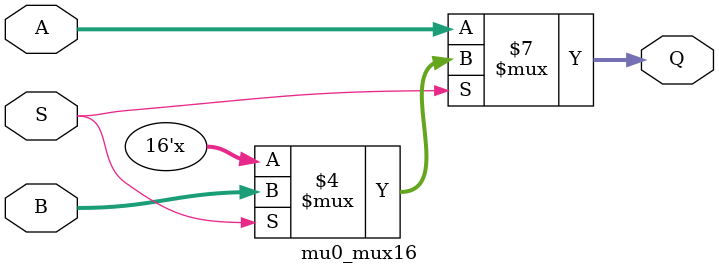
<source format=v>

`timescale 1ns/100ps

// for simulation purposes, do not delete
`default_nettype none

// module definition

module mu0_mux16(input  wire  [15:0] A, 
	             input  wire  [15:0] B, 
			     input  wire         S, 
			     output reg  [15:0]  Q);


// Combinatorial logic for 2to1 multiplexor
// S is select, A channel0, B channel1


always @(A, B, S)
   begin
    if (S == 0)
        Q <= A;
    else if (S == 1)
        Q <= B;
   end
    

endmodule 

// for simulation purposes, do not delete
`default_nettype wire

</source>
